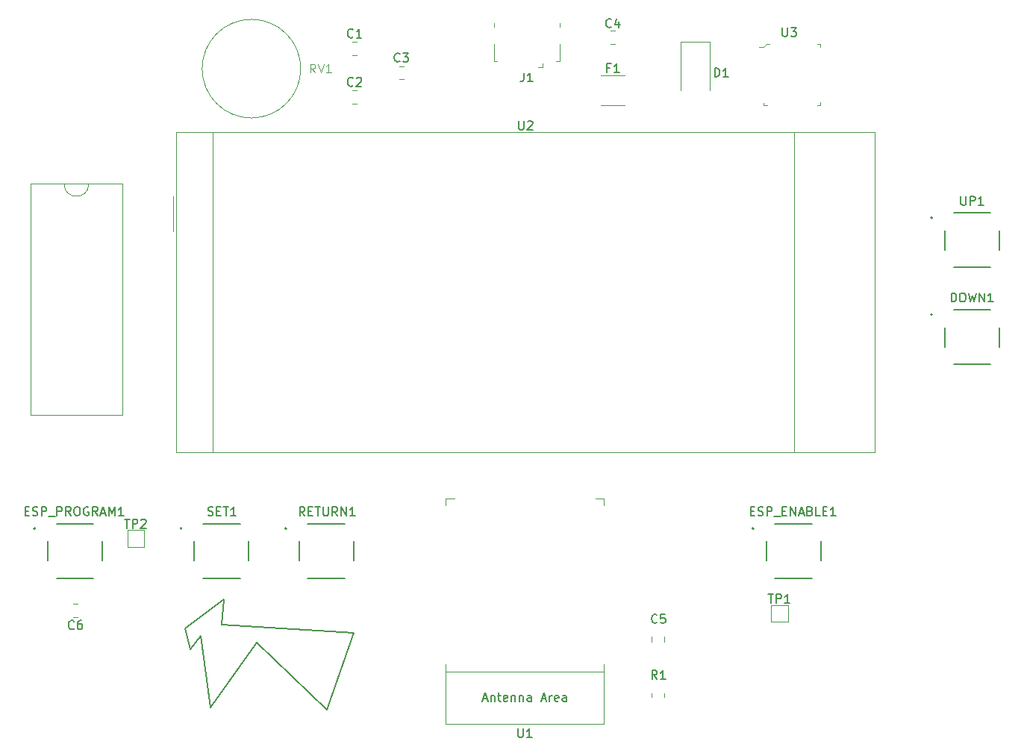
<source format=gbr>
%TF.GenerationSoftware,KiCad,Pcbnew,7.0.1-0*%
%TF.CreationDate,2023-04-17T19:08:21-07:00*%
%TF.ProjectId,msp-debugger,6d73702d-6465-4627-9567-6765722e6b69,rev?*%
%TF.SameCoordinates,Original*%
%TF.FileFunction,Legend,Top*%
%TF.FilePolarity,Positive*%
%FSLAX46Y46*%
G04 Gerber Fmt 4.6, Leading zero omitted, Abs format (unit mm)*
G04 Created by KiCad (PCBNEW 7.0.1-0) date 2023-04-17 19:08:21*
%MOMM*%
%LPD*%
G01*
G04 APERTURE LIST*
%ADD10C,0.150000*%
%ADD11C,0.100000*%
%ADD12C,0.120000*%
%ADD13C,0.127000*%
%ADD14C,0.200000*%
G04 APERTURE END LIST*
D10*
X109347000Y-128651000D02*
X117348000Y-136271000D01*
X102997000Y-127889000D02*
X104140000Y-136017000D01*
X120396000Y-127508000D02*
X105410000Y-126619000D01*
X109347000Y-128651000D02*
X117348000Y-136271000D01*
X105410000Y-126619000D02*
X105664000Y-123698000D01*
X104140000Y-136017000D02*
X109347000Y-128651000D01*
X105664000Y-123698000D02*
X101219000Y-127000000D01*
X101854000Y-129413000D02*
X102997000Y-127889000D01*
X117348000Y-136271000D02*
X120396000Y-127508000D01*
X101219000Y-127000000D02*
X101854000Y-129413000D01*
%TO.C,R1*%
X154773333Y-132796619D02*
X154440000Y-132320428D01*
X154201905Y-132796619D02*
X154201905Y-131796619D01*
X154201905Y-131796619D02*
X154582857Y-131796619D01*
X154582857Y-131796619D02*
X154678095Y-131844238D01*
X154678095Y-131844238D02*
X154725714Y-131891857D01*
X154725714Y-131891857D02*
X154773333Y-131987095D01*
X154773333Y-131987095D02*
X154773333Y-132129952D01*
X154773333Y-132129952D02*
X154725714Y-132225190D01*
X154725714Y-132225190D02*
X154678095Y-132272809D01*
X154678095Y-132272809D02*
X154582857Y-132320428D01*
X154582857Y-132320428D02*
X154201905Y-132320428D01*
X155725714Y-132796619D02*
X155154286Y-132796619D01*
X155440000Y-132796619D02*
X155440000Y-131796619D01*
X155440000Y-131796619D02*
X155344762Y-131939476D01*
X155344762Y-131939476D02*
X155249524Y-132034714D01*
X155249524Y-132034714D02*
X155154286Y-132082333D01*
%TO.C,UP1*%
X189238095Y-78017619D02*
X189238095Y-78827142D01*
X189238095Y-78827142D02*
X189285714Y-78922380D01*
X189285714Y-78922380D02*
X189333333Y-78970000D01*
X189333333Y-78970000D02*
X189428571Y-79017619D01*
X189428571Y-79017619D02*
X189619047Y-79017619D01*
X189619047Y-79017619D02*
X189714285Y-78970000D01*
X189714285Y-78970000D02*
X189761904Y-78922380D01*
X189761904Y-78922380D02*
X189809523Y-78827142D01*
X189809523Y-78827142D02*
X189809523Y-78017619D01*
X190285714Y-79017619D02*
X190285714Y-78017619D01*
X190285714Y-78017619D02*
X190666666Y-78017619D01*
X190666666Y-78017619D02*
X190761904Y-78065238D01*
X190761904Y-78065238D02*
X190809523Y-78112857D01*
X190809523Y-78112857D02*
X190857142Y-78208095D01*
X190857142Y-78208095D02*
X190857142Y-78350952D01*
X190857142Y-78350952D02*
X190809523Y-78446190D01*
X190809523Y-78446190D02*
X190761904Y-78493809D01*
X190761904Y-78493809D02*
X190666666Y-78541428D01*
X190666666Y-78541428D02*
X190285714Y-78541428D01*
X191809523Y-79017619D02*
X191238095Y-79017619D01*
X191523809Y-79017619D02*
X191523809Y-78017619D01*
X191523809Y-78017619D02*
X191428571Y-78160476D01*
X191428571Y-78160476D02*
X191333333Y-78255714D01*
X191333333Y-78255714D02*
X191238095Y-78303333D01*
%TO.C,TP1*%
X167394095Y-123163619D02*
X167965523Y-123163619D01*
X167679809Y-124163619D02*
X167679809Y-123163619D01*
X168298857Y-124163619D02*
X168298857Y-123163619D01*
X168298857Y-123163619D02*
X168679809Y-123163619D01*
X168679809Y-123163619D02*
X168775047Y-123211238D01*
X168775047Y-123211238D02*
X168822666Y-123258857D01*
X168822666Y-123258857D02*
X168870285Y-123354095D01*
X168870285Y-123354095D02*
X168870285Y-123496952D01*
X168870285Y-123496952D02*
X168822666Y-123592190D01*
X168822666Y-123592190D02*
X168775047Y-123639809D01*
X168775047Y-123639809D02*
X168679809Y-123687428D01*
X168679809Y-123687428D02*
X168298857Y-123687428D01*
X169822666Y-124163619D02*
X169251238Y-124163619D01*
X169536952Y-124163619D02*
X169536952Y-123163619D01*
X169536952Y-123163619D02*
X169441714Y-123306476D01*
X169441714Y-123306476D02*
X169346476Y-123401714D01*
X169346476Y-123401714D02*
X169251238Y-123449333D01*
%TO.C,RETURN1*%
X114800380Y-114267619D02*
X114467047Y-113791428D01*
X114228952Y-114267619D02*
X114228952Y-113267619D01*
X114228952Y-113267619D02*
X114609904Y-113267619D01*
X114609904Y-113267619D02*
X114705142Y-113315238D01*
X114705142Y-113315238D02*
X114752761Y-113362857D01*
X114752761Y-113362857D02*
X114800380Y-113458095D01*
X114800380Y-113458095D02*
X114800380Y-113600952D01*
X114800380Y-113600952D02*
X114752761Y-113696190D01*
X114752761Y-113696190D02*
X114705142Y-113743809D01*
X114705142Y-113743809D02*
X114609904Y-113791428D01*
X114609904Y-113791428D02*
X114228952Y-113791428D01*
X115228952Y-113743809D02*
X115562285Y-113743809D01*
X115705142Y-114267619D02*
X115228952Y-114267619D01*
X115228952Y-114267619D02*
X115228952Y-113267619D01*
X115228952Y-113267619D02*
X115705142Y-113267619D01*
X115990857Y-113267619D02*
X116562285Y-113267619D01*
X116276571Y-114267619D02*
X116276571Y-113267619D01*
X116895619Y-113267619D02*
X116895619Y-114077142D01*
X116895619Y-114077142D02*
X116943238Y-114172380D01*
X116943238Y-114172380D02*
X116990857Y-114220000D01*
X116990857Y-114220000D02*
X117086095Y-114267619D01*
X117086095Y-114267619D02*
X117276571Y-114267619D01*
X117276571Y-114267619D02*
X117371809Y-114220000D01*
X117371809Y-114220000D02*
X117419428Y-114172380D01*
X117419428Y-114172380D02*
X117467047Y-114077142D01*
X117467047Y-114077142D02*
X117467047Y-113267619D01*
X118514666Y-114267619D02*
X118181333Y-113791428D01*
X117943238Y-114267619D02*
X117943238Y-113267619D01*
X117943238Y-113267619D02*
X118324190Y-113267619D01*
X118324190Y-113267619D02*
X118419428Y-113315238D01*
X118419428Y-113315238D02*
X118467047Y-113362857D01*
X118467047Y-113362857D02*
X118514666Y-113458095D01*
X118514666Y-113458095D02*
X118514666Y-113600952D01*
X118514666Y-113600952D02*
X118467047Y-113696190D01*
X118467047Y-113696190D02*
X118419428Y-113743809D01*
X118419428Y-113743809D02*
X118324190Y-113791428D01*
X118324190Y-113791428D02*
X117943238Y-113791428D01*
X118943238Y-114267619D02*
X118943238Y-113267619D01*
X118943238Y-113267619D02*
X119514666Y-114267619D01*
X119514666Y-114267619D02*
X119514666Y-113267619D01*
X120514666Y-114267619D02*
X119943238Y-114267619D01*
X120228952Y-114267619D02*
X120228952Y-113267619D01*
X120228952Y-113267619D02*
X120133714Y-113410476D01*
X120133714Y-113410476D02*
X120038476Y-113505714D01*
X120038476Y-113505714D02*
X119943238Y-113553333D01*
%TO.C,SET1*%
X103814762Y-114207000D02*
X103957619Y-114254619D01*
X103957619Y-114254619D02*
X104195714Y-114254619D01*
X104195714Y-114254619D02*
X104290952Y-114207000D01*
X104290952Y-114207000D02*
X104338571Y-114159380D01*
X104338571Y-114159380D02*
X104386190Y-114064142D01*
X104386190Y-114064142D02*
X104386190Y-113968904D01*
X104386190Y-113968904D02*
X104338571Y-113873666D01*
X104338571Y-113873666D02*
X104290952Y-113826047D01*
X104290952Y-113826047D02*
X104195714Y-113778428D01*
X104195714Y-113778428D02*
X104005238Y-113730809D01*
X104005238Y-113730809D02*
X103910000Y-113683190D01*
X103910000Y-113683190D02*
X103862381Y-113635571D01*
X103862381Y-113635571D02*
X103814762Y-113540333D01*
X103814762Y-113540333D02*
X103814762Y-113445095D01*
X103814762Y-113445095D02*
X103862381Y-113349857D01*
X103862381Y-113349857D02*
X103910000Y-113302238D01*
X103910000Y-113302238D02*
X104005238Y-113254619D01*
X104005238Y-113254619D02*
X104243333Y-113254619D01*
X104243333Y-113254619D02*
X104386190Y-113302238D01*
X104814762Y-113730809D02*
X105148095Y-113730809D01*
X105290952Y-114254619D02*
X104814762Y-114254619D01*
X104814762Y-114254619D02*
X104814762Y-113254619D01*
X104814762Y-113254619D02*
X105290952Y-113254619D01*
X105576667Y-113254619D02*
X106148095Y-113254619D01*
X105862381Y-114254619D02*
X105862381Y-113254619D01*
X107005238Y-114254619D02*
X106433810Y-114254619D01*
X106719524Y-114254619D02*
X106719524Y-113254619D01*
X106719524Y-113254619D02*
X106624286Y-113397476D01*
X106624286Y-113397476D02*
X106529048Y-113492714D01*
X106529048Y-113492714D02*
X106433810Y-113540333D01*
%TO.C,J1*%
X139666666Y-64012619D02*
X139666666Y-64726904D01*
X139666666Y-64726904D02*
X139619047Y-64869761D01*
X139619047Y-64869761D02*
X139523809Y-64965000D01*
X139523809Y-64965000D02*
X139380952Y-65012619D01*
X139380952Y-65012619D02*
X139285714Y-65012619D01*
X140666666Y-65012619D02*
X140095238Y-65012619D01*
X140380952Y-65012619D02*
X140380952Y-64012619D01*
X140380952Y-64012619D02*
X140285714Y-64155476D01*
X140285714Y-64155476D02*
X140190476Y-64250714D01*
X140190476Y-64250714D02*
X140095238Y-64298333D01*
%TO.C,C4*%
X149583333Y-58787380D02*
X149535714Y-58835000D01*
X149535714Y-58835000D02*
X149392857Y-58882619D01*
X149392857Y-58882619D02*
X149297619Y-58882619D01*
X149297619Y-58882619D02*
X149154762Y-58835000D01*
X149154762Y-58835000D02*
X149059524Y-58739761D01*
X149059524Y-58739761D02*
X149011905Y-58644523D01*
X149011905Y-58644523D02*
X148964286Y-58454047D01*
X148964286Y-58454047D02*
X148964286Y-58311190D01*
X148964286Y-58311190D02*
X149011905Y-58120714D01*
X149011905Y-58120714D02*
X149059524Y-58025476D01*
X149059524Y-58025476D02*
X149154762Y-57930238D01*
X149154762Y-57930238D02*
X149297619Y-57882619D01*
X149297619Y-57882619D02*
X149392857Y-57882619D01*
X149392857Y-57882619D02*
X149535714Y-57930238D01*
X149535714Y-57930238D02*
X149583333Y-57977857D01*
X150440476Y-58215952D02*
X150440476Y-58882619D01*
X150202381Y-57835000D02*
X149964286Y-58549285D01*
X149964286Y-58549285D02*
X150583333Y-58549285D01*
%TO.C,U1*%
X139008095Y-138400619D02*
X139008095Y-139210142D01*
X139008095Y-139210142D02*
X139055714Y-139305380D01*
X139055714Y-139305380D02*
X139103333Y-139353000D01*
X139103333Y-139353000D02*
X139198571Y-139400619D01*
X139198571Y-139400619D02*
X139389047Y-139400619D01*
X139389047Y-139400619D02*
X139484285Y-139353000D01*
X139484285Y-139353000D02*
X139531904Y-139305380D01*
X139531904Y-139305380D02*
X139579523Y-139210142D01*
X139579523Y-139210142D02*
X139579523Y-138400619D01*
X140579523Y-139400619D02*
X140008095Y-139400619D01*
X140293809Y-139400619D02*
X140293809Y-138400619D01*
X140293809Y-138400619D02*
X140198571Y-138543476D01*
X140198571Y-138543476D02*
X140103333Y-138638714D01*
X140103333Y-138638714D02*
X140008095Y-138686333D01*
X135008094Y-135026904D02*
X135484284Y-135026904D01*
X134912856Y-135312619D02*
X135246189Y-134312619D01*
X135246189Y-134312619D02*
X135579522Y-135312619D01*
X135912856Y-134645952D02*
X135912856Y-135312619D01*
X135912856Y-134741190D02*
X135960475Y-134693571D01*
X135960475Y-134693571D02*
X136055713Y-134645952D01*
X136055713Y-134645952D02*
X136198570Y-134645952D01*
X136198570Y-134645952D02*
X136293808Y-134693571D01*
X136293808Y-134693571D02*
X136341427Y-134788809D01*
X136341427Y-134788809D02*
X136341427Y-135312619D01*
X136674761Y-134645952D02*
X137055713Y-134645952D01*
X136817618Y-134312619D02*
X136817618Y-135169761D01*
X136817618Y-135169761D02*
X136865237Y-135265000D01*
X136865237Y-135265000D02*
X136960475Y-135312619D01*
X136960475Y-135312619D02*
X137055713Y-135312619D01*
X137769999Y-135265000D02*
X137674761Y-135312619D01*
X137674761Y-135312619D02*
X137484285Y-135312619D01*
X137484285Y-135312619D02*
X137389047Y-135265000D01*
X137389047Y-135265000D02*
X137341428Y-135169761D01*
X137341428Y-135169761D02*
X137341428Y-134788809D01*
X137341428Y-134788809D02*
X137389047Y-134693571D01*
X137389047Y-134693571D02*
X137484285Y-134645952D01*
X137484285Y-134645952D02*
X137674761Y-134645952D01*
X137674761Y-134645952D02*
X137769999Y-134693571D01*
X137769999Y-134693571D02*
X137817618Y-134788809D01*
X137817618Y-134788809D02*
X137817618Y-134884047D01*
X137817618Y-134884047D02*
X137341428Y-134979285D01*
X138246190Y-134645952D02*
X138246190Y-135312619D01*
X138246190Y-134741190D02*
X138293809Y-134693571D01*
X138293809Y-134693571D02*
X138389047Y-134645952D01*
X138389047Y-134645952D02*
X138531904Y-134645952D01*
X138531904Y-134645952D02*
X138627142Y-134693571D01*
X138627142Y-134693571D02*
X138674761Y-134788809D01*
X138674761Y-134788809D02*
X138674761Y-135312619D01*
X139150952Y-134645952D02*
X139150952Y-135312619D01*
X139150952Y-134741190D02*
X139198571Y-134693571D01*
X139198571Y-134693571D02*
X139293809Y-134645952D01*
X139293809Y-134645952D02*
X139436666Y-134645952D01*
X139436666Y-134645952D02*
X139531904Y-134693571D01*
X139531904Y-134693571D02*
X139579523Y-134788809D01*
X139579523Y-134788809D02*
X139579523Y-135312619D01*
X140484285Y-135312619D02*
X140484285Y-134788809D01*
X140484285Y-134788809D02*
X140436666Y-134693571D01*
X140436666Y-134693571D02*
X140341428Y-134645952D01*
X140341428Y-134645952D02*
X140150952Y-134645952D01*
X140150952Y-134645952D02*
X140055714Y-134693571D01*
X140484285Y-135265000D02*
X140389047Y-135312619D01*
X140389047Y-135312619D02*
X140150952Y-135312619D01*
X140150952Y-135312619D02*
X140055714Y-135265000D01*
X140055714Y-135265000D02*
X140008095Y-135169761D01*
X140008095Y-135169761D02*
X140008095Y-135074523D01*
X140008095Y-135074523D02*
X140055714Y-134979285D01*
X140055714Y-134979285D02*
X140150952Y-134931666D01*
X140150952Y-134931666D02*
X140389047Y-134931666D01*
X140389047Y-134931666D02*
X140484285Y-134884047D01*
X141674762Y-135026904D02*
X142150952Y-135026904D01*
X141579524Y-135312619D02*
X141912857Y-134312619D01*
X141912857Y-134312619D02*
X142246190Y-135312619D01*
X142579524Y-135312619D02*
X142579524Y-134645952D01*
X142579524Y-134836428D02*
X142627143Y-134741190D01*
X142627143Y-134741190D02*
X142674762Y-134693571D01*
X142674762Y-134693571D02*
X142770000Y-134645952D01*
X142770000Y-134645952D02*
X142865238Y-134645952D01*
X143579524Y-135265000D02*
X143484286Y-135312619D01*
X143484286Y-135312619D02*
X143293810Y-135312619D01*
X143293810Y-135312619D02*
X143198572Y-135265000D01*
X143198572Y-135265000D02*
X143150953Y-135169761D01*
X143150953Y-135169761D02*
X143150953Y-134788809D01*
X143150953Y-134788809D02*
X143198572Y-134693571D01*
X143198572Y-134693571D02*
X143293810Y-134645952D01*
X143293810Y-134645952D02*
X143484286Y-134645952D01*
X143484286Y-134645952D02*
X143579524Y-134693571D01*
X143579524Y-134693571D02*
X143627143Y-134788809D01*
X143627143Y-134788809D02*
X143627143Y-134884047D01*
X143627143Y-134884047D02*
X143150953Y-134979285D01*
X144484286Y-135312619D02*
X144484286Y-134788809D01*
X144484286Y-134788809D02*
X144436667Y-134693571D01*
X144436667Y-134693571D02*
X144341429Y-134645952D01*
X144341429Y-134645952D02*
X144150953Y-134645952D01*
X144150953Y-134645952D02*
X144055715Y-134693571D01*
X144484286Y-135265000D02*
X144389048Y-135312619D01*
X144389048Y-135312619D02*
X144150953Y-135312619D01*
X144150953Y-135312619D02*
X144055715Y-135265000D01*
X144055715Y-135265000D02*
X144008096Y-135169761D01*
X144008096Y-135169761D02*
X144008096Y-135074523D01*
X144008096Y-135074523D02*
X144055715Y-134979285D01*
X144055715Y-134979285D02*
X144150953Y-134931666D01*
X144150953Y-134931666D02*
X144389048Y-134931666D01*
X144389048Y-134931666D02*
X144484286Y-134884047D01*
%TO.C,C5*%
X154773333Y-126351380D02*
X154725714Y-126399000D01*
X154725714Y-126399000D02*
X154582857Y-126446619D01*
X154582857Y-126446619D02*
X154487619Y-126446619D01*
X154487619Y-126446619D02*
X154344762Y-126399000D01*
X154344762Y-126399000D02*
X154249524Y-126303761D01*
X154249524Y-126303761D02*
X154201905Y-126208523D01*
X154201905Y-126208523D02*
X154154286Y-126018047D01*
X154154286Y-126018047D02*
X154154286Y-125875190D01*
X154154286Y-125875190D02*
X154201905Y-125684714D01*
X154201905Y-125684714D02*
X154249524Y-125589476D01*
X154249524Y-125589476D02*
X154344762Y-125494238D01*
X154344762Y-125494238D02*
X154487619Y-125446619D01*
X154487619Y-125446619D02*
X154582857Y-125446619D01*
X154582857Y-125446619D02*
X154725714Y-125494238D01*
X154725714Y-125494238D02*
X154773333Y-125541857D01*
X155678095Y-125446619D02*
X155201905Y-125446619D01*
X155201905Y-125446619D02*
X155154286Y-125922809D01*
X155154286Y-125922809D02*
X155201905Y-125875190D01*
X155201905Y-125875190D02*
X155297143Y-125827571D01*
X155297143Y-125827571D02*
X155535238Y-125827571D01*
X155535238Y-125827571D02*
X155630476Y-125875190D01*
X155630476Y-125875190D02*
X155678095Y-125922809D01*
X155678095Y-125922809D02*
X155725714Y-126018047D01*
X155725714Y-126018047D02*
X155725714Y-126256142D01*
X155725714Y-126256142D02*
X155678095Y-126351380D01*
X155678095Y-126351380D02*
X155630476Y-126399000D01*
X155630476Y-126399000D02*
X155535238Y-126446619D01*
X155535238Y-126446619D02*
X155297143Y-126446619D01*
X155297143Y-126446619D02*
X155201905Y-126399000D01*
X155201905Y-126399000D02*
X155154286Y-126351380D01*
%TO.C,C2*%
X120283333Y-65437380D02*
X120235714Y-65485000D01*
X120235714Y-65485000D02*
X120092857Y-65532619D01*
X120092857Y-65532619D02*
X119997619Y-65532619D01*
X119997619Y-65532619D02*
X119854762Y-65485000D01*
X119854762Y-65485000D02*
X119759524Y-65389761D01*
X119759524Y-65389761D02*
X119711905Y-65294523D01*
X119711905Y-65294523D02*
X119664286Y-65104047D01*
X119664286Y-65104047D02*
X119664286Y-64961190D01*
X119664286Y-64961190D02*
X119711905Y-64770714D01*
X119711905Y-64770714D02*
X119759524Y-64675476D01*
X119759524Y-64675476D02*
X119854762Y-64580238D01*
X119854762Y-64580238D02*
X119997619Y-64532619D01*
X119997619Y-64532619D02*
X120092857Y-64532619D01*
X120092857Y-64532619D02*
X120235714Y-64580238D01*
X120235714Y-64580238D02*
X120283333Y-64627857D01*
X120664286Y-64627857D02*
X120711905Y-64580238D01*
X120711905Y-64580238D02*
X120807143Y-64532619D01*
X120807143Y-64532619D02*
X121045238Y-64532619D01*
X121045238Y-64532619D02*
X121140476Y-64580238D01*
X121140476Y-64580238D02*
X121188095Y-64627857D01*
X121188095Y-64627857D02*
X121235714Y-64723095D01*
X121235714Y-64723095D02*
X121235714Y-64818333D01*
X121235714Y-64818333D02*
X121188095Y-64961190D01*
X121188095Y-64961190D02*
X120616667Y-65532619D01*
X120616667Y-65532619D02*
X121235714Y-65532619D01*
%TO.C,TP2*%
X94369095Y-114654619D02*
X94940523Y-114654619D01*
X94654809Y-115654619D02*
X94654809Y-114654619D01*
X95273857Y-115654619D02*
X95273857Y-114654619D01*
X95273857Y-114654619D02*
X95654809Y-114654619D01*
X95654809Y-114654619D02*
X95750047Y-114702238D01*
X95750047Y-114702238D02*
X95797666Y-114749857D01*
X95797666Y-114749857D02*
X95845285Y-114845095D01*
X95845285Y-114845095D02*
X95845285Y-114987952D01*
X95845285Y-114987952D02*
X95797666Y-115083190D01*
X95797666Y-115083190D02*
X95750047Y-115130809D01*
X95750047Y-115130809D02*
X95654809Y-115178428D01*
X95654809Y-115178428D02*
X95273857Y-115178428D01*
X96226238Y-114749857D02*
X96273857Y-114702238D01*
X96273857Y-114702238D02*
X96369095Y-114654619D01*
X96369095Y-114654619D02*
X96607190Y-114654619D01*
X96607190Y-114654619D02*
X96702428Y-114702238D01*
X96702428Y-114702238D02*
X96750047Y-114749857D01*
X96750047Y-114749857D02*
X96797666Y-114845095D01*
X96797666Y-114845095D02*
X96797666Y-114940333D01*
X96797666Y-114940333D02*
X96750047Y-115083190D01*
X96750047Y-115083190D02*
X96178619Y-115654619D01*
X96178619Y-115654619D02*
X96797666Y-115654619D01*
%TO.C,ESP_PROGRAM1*%
X83074571Y-113730809D02*
X83407904Y-113730809D01*
X83550761Y-114254619D02*
X83074571Y-114254619D01*
X83074571Y-114254619D02*
X83074571Y-113254619D01*
X83074571Y-113254619D02*
X83550761Y-113254619D01*
X83931714Y-114207000D02*
X84074571Y-114254619D01*
X84074571Y-114254619D02*
X84312666Y-114254619D01*
X84312666Y-114254619D02*
X84407904Y-114207000D01*
X84407904Y-114207000D02*
X84455523Y-114159380D01*
X84455523Y-114159380D02*
X84503142Y-114064142D01*
X84503142Y-114064142D02*
X84503142Y-113968904D01*
X84503142Y-113968904D02*
X84455523Y-113873666D01*
X84455523Y-113873666D02*
X84407904Y-113826047D01*
X84407904Y-113826047D02*
X84312666Y-113778428D01*
X84312666Y-113778428D02*
X84122190Y-113730809D01*
X84122190Y-113730809D02*
X84026952Y-113683190D01*
X84026952Y-113683190D02*
X83979333Y-113635571D01*
X83979333Y-113635571D02*
X83931714Y-113540333D01*
X83931714Y-113540333D02*
X83931714Y-113445095D01*
X83931714Y-113445095D02*
X83979333Y-113349857D01*
X83979333Y-113349857D02*
X84026952Y-113302238D01*
X84026952Y-113302238D02*
X84122190Y-113254619D01*
X84122190Y-113254619D02*
X84360285Y-113254619D01*
X84360285Y-113254619D02*
X84503142Y-113302238D01*
X84931714Y-114254619D02*
X84931714Y-113254619D01*
X84931714Y-113254619D02*
X85312666Y-113254619D01*
X85312666Y-113254619D02*
X85407904Y-113302238D01*
X85407904Y-113302238D02*
X85455523Y-113349857D01*
X85455523Y-113349857D02*
X85503142Y-113445095D01*
X85503142Y-113445095D02*
X85503142Y-113587952D01*
X85503142Y-113587952D02*
X85455523Y-113683190D01*
X85455523Y-113683190D02*
X85407904Y-113730809D01*
X85407904Y-113730809D02*
X85312666Y-113778428D01*
X85312666Y-113778428D02*
X84931714Y-113778428D01*
X85693619Y-114349857D02*
X86455523Y-114349857D01*
X86693619Y-114254619D02*
X86693619Y-113254619D01*
X86693619Y-113254619D02*
X87074571Y-113254619D01*
X87074571Y-113254619D02*
X87169809Y-113302238D01*
X87169809Y-113302238D02*
X87217428Y-113349857D01*
X87217428Y-113349857D02*
X87265047Y-113445095D01*
X87265047Y-113445095D02*
X87265047Y-113587952D01*
X87265047Y-113587952D02*
X87217428Y-113683190D01*
X87217428Y-113683190D02*
X87169809Y-113730809D01*
X87169809Y-113730809D02*
X87074571Y-113778428D01*
X87074571Y-113778428D02*
X86693619Y-113778428D01*
X88265047Y-114254619D02*
X87931714Y-113778428D01*
X87693619Y-114254619D02*
X87693619Y-113254619D01*
X87693619Y-113254619D02*
X88074571Y-113254619D01*
X88074571Y-113254619D02*
X88169809Y-113302238D01*
X88169809Y-113302238D02*
X88217428Y-113349857D01*
X88217428Y-113349857D02*
X88265047Y-113445095D01*
X88265047Y-113445095D02*
X88265047Y-113587952D01*
X88265047Y-113587952D02*
X88217428Y-113683190D01*
X88217428Y-113683190D02*
X88169809Y-113730809D01*
X88169809Y-113730809D02*
X88074571Y-113778428D01*
X88074571Y-113778428D02*
X87693619Y-113778428D01*
X88884095Y-113254619D02*
X89074571Y-113254619D01*
X89074571Y-113254619D02*
X89169809Y-113302238D01*
X89169809Y-113302238D02*
X89265047Y-113397476D01*
X89265047Y-113397476D02*
X89312666Y-113587952D01*
X89312666Y-113587952D02*
X89312666Y-113921285D01*
X89312666Y-113921285D02*
X89265047Y-114111761D01*
X89265047Y-114111761D02*
X89169809Y-114207000D01*
X89169809Y-114207000D02*
X89074571Y-114254619D01*
X89074571Y-114254619D02*
X88884095Y-114254619D01*
X88884095Y-114254619D02*
X88788857Y-114207000D01*
X88788857Y-114207000D02*
X88693619Y-114111761D01*
X88693619Y-114111761D02*
X88646000Y-113921285D01*
X88646000Y-113921285D02*
X88646000Y-113587952D01*
X88646000Y-113587952D02*
X88693619Y-113397476D01*
X88693619Y-113397476D02*
X88788857Y-113302238D01*
X88788857Y-113302238D02*
X88884095Y-113254619D01*
X90265047Y-113302238D02*
X90169809Y-113254619D01*
X90169809Y-113254619D02*
X90026952Y-113254619D01*
X90026952Y-113254619D02*
X89884095Y-113302238D01*
X89884095Y-113302238D02*
X89788857Y-113397476D01*
X89788857Y-113397476D02*
X89741238Y-113492714D01*
X89741238Y-113492714D02*
X89693619Y-113683190D01*
X89693619Y-113683190D02*
X89693619Y-113826047D01*
X89693619Y-113826047D02*
X89741238Y-114016523D01*
X89741238Y-114016523D02*
X89788857Y-114111761D01*
X89788857Y-114111761D02*
X89884095Y-114207000D01*
X89884095Y-114207000D02*
X90026952Y-114254619D01*
X90026952Y-114254619D02*
X90122190Y-114254619D01*
X90122190Y-114254619D02*
X90265047Y-114207000D01*
X90265047Y-114207000D02*
X90312666Y-114159380D01*
X90312666Y-114159380D02*
X90312666Y-113826047D01*
X90312666Y-113826047D02*
X90122190Y-113826047D01*
X91312666Y-114254619D02*
X90979333Y-113778428D01*
X90741238Y-114254619D02*
X90741238Y-113254619D01*
X90741238Y-113254619D02*
X91122190Y-113254619D01*
X91122190Y-113254619D02*
X91217428Y-113302238D01*
X91217428Y-113302238D02*
X91265047Y-113349857D01*
X91265047Y-113349857D02*
X91312666Y-113445095D01*
X91312666Y-113445095D02*
X91312666Y-113587952D01*
X91312666Y-113587952D02*
X91265047Y-113683190D01*
X91265047Y-113683190D02*
X91217428Y-113730809D01*
X91217428Y-113730809D02*
X91122190Y-113778428D01*
X91122190Y-113778428D02*
X90741238Y-113778428D01*
X91693619Y-113968904D02*
X92169809Y-113968904D01*
X91598381Y-114254619D02*
X91931714Y-113254619D01*
X91931714Y-113254619D02*
X92265047Y-114254619D01*
X92598381Y-114254619D02*
X92598381Y-113254619D01*
X92598381Y-113254619D02*
X92931714Y-113968904D01*
X92931714Y-113968904D02*
X93265047Y-113254619D01*
X93265047Y-113254619D02*
X93265047Y-114254619D01*
X94265047Y-114254619D02*
X93693619Y-114254619D01*
X93979333Y-114254619D02*
X93979333Y-113254619D01*
X93979333Y-113254619D02*
X93884095Y-113397476D01*
X93884095Y-113397476D02*
X93788857Y-113492714D01*
X93788857Y-113492714D02*
X93693619Y-113540333D01*
D11*
%TO.C,RV1*%
X115990761Y-64002619D02*
X115657428Y-63526428D01*
X115419333Y-64002619D02*
X115419333Y-63002619D01*
X115419333Y-63002619D02*
X115800285Y-63002619D01*
X115800285Y-63002619D02*
X115895523Y-63050238D01*
X115895523Y-63050238D02*
X115943142Y-63097857D01*
X115943142Y-63097857D02*
X115990761Y-63193095D01*
X115990761Y-63193095D02*
X115990761Y-63335952D01*
X115990761Y-63335952D02*
X115943142Y-63431190D01*
X115943142Y-63431190D02*
X115895523Y-63478809D01*
X115895523Y-63478809D02*
X115800285Y-63526428D01*
X115800285Y-63526428D02*
X115419333Y-63526428D01*
X116276476Y-63002619D02*
X116609809Y-64002619D01*
X116609809Y-64002619D02*
X116943142Y-63002619D01*
X117800285Y-64002619D02*
X117228857Y-64002619D01*
X117514571Y-64002619D02*
X117514571Y-63002619D01*
X117514571Y-63002619D02*
X117419333Y-63145476D01*
X117419333Y-63145476D02*
X117324095Y-63240714D01*
X117324095Y-63240714D02*
X117228857Y-63288333D01*
D10*
%TO.C,C1*%
X120283333Y-59937380D02*
X120235714Y-59985000D01*
X120235714Y-59985000D02*
X120092857Y-60032619D01*
X120092857Y-60032619D02*
X119997619Y-60032619D01*
X119997619Y-60032619D02*
X119854762Y-59985000D01*
X119854762Y-59985000D02*
X119759524Y-59889761D01*
X119759524Y-59889761D02*
X119711905Y-59794523D01*
X119711905Y-59794523D02*
X119664286Y-59604047D01*
X119664286Y-59604047D02*
X119664286Y-59461190D01*
X119664286Y-59461190D02*
X119711905Y-59270714D01*
X119711905Y-59270714D02*
X119759524Y-59175476D01*
X119759524Y-59175476D02*
X119854762Y-59080238D01*
X119854762Y-59080238D02*
X119997619Y-59032619D01*
X119997619Y-59032619D02*
X120092857Y-59032619D01*
X120092857Y-59032619D02*
X120235714Y-59080238D01*
X120235714Y-59080238D02*
X120283333Y-59127857D01*
X121235714Y-60032619D02*
X120664286Y-60032619D01*
X120950000Y-60032619D02*
X120950000Y-59032619D01*
X120950000Y-59032619D02*
X120854762Y-59175476D01*
X120854762Y-59175476D02*
X120759524Y-59270714D01*
X120759524Y-59270714D02*
X120664286Y-59318333D01*
%TO.C,C3*%
X125583333Y-62687380D02*
X125535714Y-62735000D01*
X125535714Y-62735000D02*
X125392857Y-62782619D01*
X125392857Y-62782619D02*
X125297619Y-62782619D01*
X125297619Y-62782619D02*
X125154762Y-62735000D01*
X125154762Y-62735000D02*
X125059524Y-62639761D01*
X125059524Y-62639761D02*
X125011905Y-62544523D01*
X125011905Y-62544523D02*
X124964286Y-62354047D01*
X124964286Y-62354047D02*
X124964286Y-62211190D01*
X124964286Y-62211190D02*
X125011905Y-62020714D01*
X125011905Y-62020714D02*
X125059524Y-61925476D01*
X125059524Y-61925476D02*
X125154762Y-61830238D01*
X125154762Y-61830238D02*
X125297619Y-61782619D01*
X125297619Y-61782619D02*
X125392857Y-61782619D01*
X125392857Y-61782619D02*
X125535714Y-61830238D01*
X125535714Y-61830238D02*
X125583333Y-61877857D01*
X125916667Y-61782619D02*
X126535714Y-61782619D01*
X126535714Y-61782619D02*
X126202381Y-62163571D01*
X126202381Y-62163571D02*
X126345238Y-62163571D01*
X126345238Y-62163571D02*
X126440476Y-62211190D01*
X126440476Y-62211190D02*
X126488095Y-62258809D01*
X126488095Y-62258809D02*
X126535714Y-62354047D01*
X126535714Y-62354047D02*
X126535714Y-62592142D01*
X126535714Y-62592142D02*
X126488095Y-62687380D01*
X126488095Y-62687380D02*
X126440476Y-62735000D01*
X126440476Y-62735000D02*
X126345238Y-62782619D01*
X126345238Y-62782619D02*
X126059524Y-62782619D01*
X126059524Y-62782619D02*
X125964286Y-62735000D01*
X125964286Y-62735000D02*
X125916667Y-62687380D01*
%TO.C,D1*%
X161313905Y-64470619D02*
X161313905Y-63470619D01*
X161313905Y-63470619D02*
X161552000Y-63470619D01*
X161552000Y-63470619D02*
X161694857Y-63518238D01*
X161694857Y-63518238D02*
X161790095Y-63613476D01*
X161790095Y-63613476D02*
X161837714Y-63708714D01*
X161837714Y-63708714D02*
X161885333Y-63899190D01*
X161885333Y-63899190D02*
X161885333Y-64042047D01*
X161885333Y-64042047D02*
X161837714Y-64232523D01*
X161837714Y-64232523D02*
X161790095Y-64327761D01*
X161790095Y-64327761D02*
X161694857Y-64423000D01*
X161694857Y-64423000D02*
X161552000Y-64470619D01*
X161552000Y-64470619D02*
X161313905Y-64470619D01*
X162837714Y-64470619D02*
X162266286Y-64470619D01*
X162552000Y-64470619D02*
X162552000Y-63470619D01*
X162552000Y-63470619D02*
X162456762Y-63613476D01*
X162456762Y-63613476D02*
X162361524Y-63708714D01*
X162361524Y-63708714D02*
X162266286Y-63756333D01*
%TO.C,U3*%
X168988095Y-58898619D02*
X168988095Y-59708142D01*
X168988095Y-59708142D02*
X169035714Y-59803380D01*
X169035714Y-59803380D02*
X169083333Y-59851000D01*
X169083333Y-59851000D02*
X169178571Y-59898619D01*
X169178571Y-59898619D02*
X169369047Y-59898619D01*
X169369047Y-59898619D02*
X169464285Y-59851000D01*
X169464285Y-59851000D02*
X169511904Y-59803380D01*
X169511904Y-59803380D02*
X169559523Y-59708142D01*
X169559523Y-59708142D02*
X169559523Y-58898619D01*
X169940476Y-58898619D02*
X170559523Y-58898619D01*
X170559523Y-58898619D02*
X170226190Y-59279571D01*
X170226190Y-59279571D02*
X170369047Y-59279571D01*
X170369047Y-59279571D02*
X170464285Y-59327190D01*
X170464285Y-59327190D02*
X170511904Y-59374809D01*
X170511904Y-59374809D02*
X170559523Y-59470047D01*
X170559523Y-59470047D02*
X170559523Y-59708142D01*
X170559523Y-59708142D02*
X170511904Y-59803380D01*
X170511904Y-59803380D02*
X170464285Y-59851000D01*
X170464285Y-59851000D02*
X170369047Y-59898619D01*
X170369047Y-59898619D02*
X170083333Y-59898619D01*
X170083333Y-59898619D02*
X169988095Y-59851000D01*
X169988095Y-59851000D02*
X169940476Y-59803380D01*
%TO.C,U2*%
X139080595Y-69472619D02*
X139080595Y-70282142D01*
X139080595Y-70282142D02*
X139128214Y-70377380D01*
X139128214Y-70377380D02*
X139175833Y-70425000D01*
X139175833Y-70425000D02*
X139271071Y-70472619D01*
X139271071Y-70472619D02*
X139461547Y-70472619D01*
X139461547Y-70472619D02*
X139556785Y-70425000D01*
X139556785Y-70425000D02*
X139604404Y-70377380D01*
X139604404Y-70377380D02*
X139652023Y-70282142D01*
X139652023Y-70282142D02*
X139652023Y-69472619D01*
X140080595Y-69567857D02*
X140128214Y-69520238D01*
X140128214Y-69520238D02*
X140223452Y-69472619D01*
X140223452Y-69472619D02*
X140461547Y-69472619D01*
X140461547Y-69472619D02*
X140556785Y-69520238D01*
X140556785Y-69520238D02*
X140604404Y-69567857D01*
X140604404Y-69567857D02*
X140652023Y-69663095D01*
X140652023Y-69663095D02*
X140652023Y-69758333D01*
X140652023Y-69758333D02*
X140604404Y-69901190D01*
X140604404Y-69901190D02*
X140032976Y-70472619D01*
X140032976Y-70472619D02*
X140652023Y-70472619D01*
%TO.C,C6*%
X88633333Y-127047380D02*
X88585714Y-127095000D01*
X88585714Y-127095000D02*
X88442857Y-127142619D01*
X88442857Y-127142619D02*
X88347619Y-127142619D01*
X88347619Y-127142619D02*
X88204762Y-127095000D01*
X88204762Y-127095000D02*
X88109524Y-126999761D01*
X88109524Y-126999761D02*
X88061905Y-126904523D01*
X88061905Y-126904523D02*
X88014286Y-126714047D01*
X88014286Y-126714047D02*
X88014286Y-126571190D01*
X88014286Y-126571190D02*
X88061905Y-126380714D01*
X88061905Y-126380714D02*
X88109524Y-126285476D01*
X88109524Y-126285476D02*
X88204762Y-126190238D01*
X88204762Y-126190238D02*
X88347619Y-126142619D01*
X88347619Y-126142619D02*
X88442857Y-126142619D01*
X88442857Y-126142619D02*
X88585714Y-126190238D01*
X88585714Y-126190238D02*
X88633333Y-126237857D01*
X89490476Y-126142619D02*
X89300000Y-126142619D01*
X89300000Y-126142619D02*
X89204762Y-126190238D01*
X89204762Y-126190238D02*
X89157143Y-126237857D01*
X89157143Y-126237857D02*
X89061905Y-126380714D01*
X89061905Y-126380714D02*
X89014286Y-126571190D01*
X89014286Y-126571190D02*
X89014286Y-126952142D01*
X89014286Y-126952142D02*
X89061905Y-127047380D01*
X89061905Y-127047380D02*
X89109524Y-127095000D01*
X89109524Y-127095000D02*
X89204762Y-127142619D01*
X89204762Y-127142619D02*
X89395238Y-127142619D01*
X89395238Y-127142619D02*
X89490476Y-127095000D01*
X89490476Y-127095000D02*
X89538095Y-127047380D01*
X89538095Y-127047380D02*
X89585714Y-126952142D01*
X89585714Y-126952142D02*
X89585714Y-126714047D01*
X89585714Y-126714047D02*
X89538095Y-126618809D01*
X89538095Y-126618809D02*
X89490476Y-126571190D01*
X89490476Y-126571190D02*
X89395238Y-126523571D01*
X89395238Y-126523571D02*
X89204762Y-126523571D01*
X89204762Y-126523571D02*
X89109524Y-126571190D01*
X89109524Y-126571190D02*
X89061905Y-126618809D01*
X89061905Y-126618809D02*
X89014286Y-126714047D01*
%TO.C,ESP_ENABLE1*%
X165370476Y-113730809D02*
X165703809Y-113730809D01*
X165846666Y-114254619D02*
X165370476Y-114254619D01*
X165370476Y-114254619D02*
X165370476Y-113254619D01*
X165370476Y-113254619D02*
X165846666Y-113254619D01*
X166227619Y-114207000D02*
X166370476Y-114254619D01*
X166370476Y-114254619D02*
X166608571Y-114254619D01*
X166608571Y-114254619D02*
X166703809Y-114207000D01*
X166703809Y-114207000D02*
X166751428Y-114159380D01*
X166751428Y-114159380D02*
X166799047Y-114064142D01*
X166799047Y-114064142D02*
X166799047Y-113968904D01*
X166799047Y-113968904D02*
X166751428Y-113873666D01*
X166751428Y-113873666D02*
X166703809Y-113826047D01*
X166703809Y-113826047D02*
X166608571Y-113778428D01*
X166608571Y-113778428D02*
X166418095Y-113730809D01*
X166418095Y-113730809D02*
X166322857Y-113683190D01*
X166322857Y-113683190D02*
X166275238Y-113635571D01*
X166275238Y-113635571D02*
X166227619Y-113540333D01*
X166227619Y-113540333D02*
X166227619Y-113445095D01*
X166227619Y-113445095D02*
X166275238Y-113349857D01*
X166275238Y-113349857D02*
X166322857Y-113302238D01*
X166322857Y-113302238D02*
X166418095Y-113254619D01*
X166418095Y-113254619D02*
X166656190Y-113254619D01*
X166656190Y-113254619D02*
X166799047Y-113302238D01*
X167227619Y-114254619D02*
X167227619Y-113254619D01*
X167227619Y-113254619D02*
X167608571Y-113254619D01*
X167608571Y-113254619D02*
X167703809Y-113302238D01*
X167703809Y-113302238D02*
X167751428Y-113349857D01*
X167751428Y-113349857D02*
X167799047Y-113445095D01*
X167799047Y-113445095D02*
X167799047Y-113587952D01*
X167799047Y-113587952D02*
X167751428Y-113683190D01*
X167751428Y-113683190D02*
X167703809Y-113730809D01*
X167703809Y-113730809D02*
X167608571Y-113778428D01*
X167608571Y-113778428D02*
X167227619Y-113778428D01*
X167989524Y-114349857D02*
X168751428Y-114349857D01*
X168989524Y-113730809D02*
X169322857Y-113730809D01*
X169465714Y-114254619D02*
X168989524Y-114254619D01*
X168989524Y-114254619D02*
X168989524Y-113254619D01*
X168989524Y-113254619D02*
X169465714Y-113254619D01*
X169894286Y-114254619D02*
X169894286Y-113254619D01*
X169894286Y-113254619D02*
X170465714Y-114254619D01*
X170465714Y-114254619D02*
X170465714Y-113254619D01*
X170894286Y-113968904D02*
X171370476Y-113968904D01*
X170799048Y-114254619D02*
X171132381Y-113254619D01*
X171132381Y-113254619D02*
X171465714Y-114254619D01*
X172132381Y-113730809D02*
X172275238Y-113778428D01*
X172275238Y-113778428D02*
X172322857Y-113826047D01*
X172322857Y-113826047D02*
X172370476Y-113921285D01*
X172370476Y-113921285D02*
X172370476Y-114064142D01*
X172370476Y-114064142D02*
X172322857Y-114159380D01*
X172322857Y-114159380D02*
X172275238Y-114207000D01*
X172275238Y-114207000D02*
X172180000Y-114254619D01*
X172180000Y-114254619D02*
X171799048Y-114254619D01*
X171799048Y-114254619D02*
X171799048Y-113254619D01*
X171799048Y-113254619D02*
X172132381Y-113254619D01*
X172132381Y-113254619D02*
X172227619Y-113302238D01*
X172227619Y-113302238D02*
X172275238Y-113349857D01*
X172275238Y-113349857D02*
X172322857Y-113445095D01*
X172322857Y-113445095D02*
X172322857Y-113540333D01*
X172322857Y-113540333D02*
X172275238Y-113635571D01*
X172275238Y-113635571D02*
X172227619Y-113683190D01*
X172227619Y-113683190D02*
X172132381Y-113730809D01*
X172132381Y-113730809D02*
X171799048Y-113730809D01*
X173275238Y-114254619D02*
X172799048Y-114254619D01*
X172799048Y-114254619D02*
X172799048Y-113254619D01*
X173608572Y-113730809D02*
X173941905Y-113730809D01*
X174084762Y-114254619D02*
X173608572Y-114254619D01*
X173608572Y-114254619D02*
X173608572Y-113254619D01*
X173608572Y-113254619D02*
X174084762Y-113254619D01*
X175037143Y-114254619D02*
X174465715Y-114254619D01*
X174751429Y-114254619D02*
X174751429Y-113254619D01*
X174751429Y-113254619D02*
X174656191Y-113397476D01*
X174656191Y-113397476D02*
X174560953Y-113492714D01*
X174560953Y-113492714D02*
X174465715Y-113540333D01*
%TO.C,F1*%
X149416666Y-63438809D02*
X149083333Y-63438809D01*
X149083333Y-63962619D02*
X149083333Y-62962619D01*
X149083333Y-62962619D02*
X149559523Y-62962619D01*
X150464285Y-63962619D02*
X149892857Y-63962619D01*
X150178571Y-63962619D02*
X150178571Y-62962619D01*
X150178571Y-62962619D02*
X150083333Y-63105476D01*
X150083333Y-63105476D02*
X149988095Y-63200714D01*
X149988095Y-63200714D02*
X149892857Y-63248333D01*
%TO.C,DOWN1*%
X188142857Y-89997619D02*
X188142857Y-88997619D01*
X188142857Y-88997619D02*
X188380952Y-88997619D01*
X188380952Y-88997619D02*
X188523809Y-89045238D01*
X188523809Y-89045238D02*
X188619047Y-89140476D01*
X188619047Y-89140476D02*
X188666666Y-89235714D01*
X188666666Y-89235714D02*
X188714285Y-89426190D01*
X188714285Y-89426190D02*
X188714285Y-89569047D01*
X188714285Y-89569047D02*
X188666666Y-89759523D01*
X188666666Y-89759523D02*
X188619047Y-89854761D01*
X188619047Y-89854761D02*
X188523809Y-89950000D01*
X188523809Y-89950000D02*
X188380952Y-89997619D01*
X188380952Y-89997619D02*
X188142857Y-89997619D01*
X189333333Y-88997619D02*
X189523809Y-88997619D01*
X189523809Y-88997619D02*
X189619047Y-89045238D01*
X189619047Y-89045238D02*
X189714285Y-89140476D01*
X189714285Y-89140476D02*
X189761904Y-89330952D01*
X189761904Y-89330952D02*
X189761904Y-89664285D01*
X189761904Y-89664285D02*
X189714285Y-89854761D01*
X189714285Y-89854761D02*
X189619047Y-89950000D01*
X189619047Y-89950000D02*
X189523809Y-89997619D01*
X189523809Y-89997619D02*
X189333333Y-89997619D01*
X189333333Y-89997619D02*
X189238095Y-89950000D01*
X189238095Y-89950000D02*
X189142857Y-89854761D01*
X189142857Y-89854761D02*
X189095238Y-89664285D01*
X189095238Y-89664285D02*
X189095238Y-89330952D01*
X189095238Y-89330952D02*
X189142857Y-89140476D01*
X189142857Y-89140476D02*
X189238095Y-89045238D01*
X189238095Y-89045238D02*
X189333333Y-88997619D01*
X190095238Y-88997619D02*
X190333333Y-89997619D01*
X190333333Y-89997619D02*
X190523809Y-89283333D01*
X190523809Y-89283333D02*
X190714285Y-89997619D01*
X190714285Y-89997619D02*
X190952381Y-88997619D01*
X191333333Y-89997619D02*
X191333333Y-88997619D01*
X191333333Y-88997619D02*
X191904761Y-89997619D01*
X191904761Y-89997619D02*
X191904761Y-88997619D01*
X192904761Y-89997619D02*
X192333333Y-89997619D01*
X192619047Y-89997619D02*
X192619047Y-88997619D01*
X192619047Y-88997619D02*
X192523809Y-89140476D01*
X192523809Y-89140476D02*
X192428571Y-89235714D01*
X192428571Y-89235714D02*
X192333333Y-89283333D01*
D12*
%TO.C,R1*%
X154135000Y-134847064D02*
X154135000Y-134392936D01*
X155605000Y-134847064D02*
X155605000Y-134392936D01*
D13*
%TO.C,UP1*%
X187400000Y-81900000D02*
X187400000Y-84100000D01*
X188400000Y-79900000D02*
X192600000Y-79900000D01*
X192600000Y-86100000D02*
X188400000Y-86100000D01*
X193600000Y-84100000D02*
X193600000Y-81900000D01*
D14*
X186000000Y-80460000D02*
G75*
G03*
X186000000Y-80460000I-100000J0D01*
G01*
D12*
%TO.C,TP1*%
X167706000Y-124399000D02*
X169606000Y-124399000D01*
X167706000Y-126299000D02*
X167706000Y-124399000D01*
X169606000Y-124399000D02*
X169606000Y-126299000D01*
X169606000Y-126299000D02*
X167706000Y-126299000D01*
D13*
%TO.C,RETURN1*%
X114150000Y-117150000D02*
X114150000Y-119350000D01*
X115150000Y-115150000D02*
X119350000Y-115150000D01*
X119350000Y-121350000D02*
X115150000Y-121350000D01*
X120350000Y-119350000D02*
X120350000Y-117150000D01*
D14*
X112750000Y-115710000D02*
G75*
G03*
X112750000Y-115710000I-100000J0D01*
G01*
D13*
%TO.C,SET1*%
X102260000Y-117150000D02*
X102260000Y-119350000D01*
X103260000Y-115150000D02*
X107460000Y-115150000D01*
X107460000Y-121350000D02*
X103260000Y-121350000D01*
X108460000Y-119350000D02*
X108460000Y-117150000D01*
D14*
X100860000Y-115710000D02*
G75*
G03*
X100860000Y-115710000I-100000J0D01*
G01*
D12*
%TO.C,J1*%
X143760000Y-62710000D02*
X143340000Y-62710000D01*
X143760000Y-60730000D02*
X143760000Y-62710000D01*
X143760000Y-58360000D02*
X143760000Y-58760000D01*
X141760000Y-62940000D02*
X141760000Y-63390000D01*
X141310000Y-63390000D02*
X141760000Y-63390000D01*
X136240000Y-62710000D02*
X136660000Y-62710000D01*
X136240000Y-60730000D02*
X136240000Y-62710000D01*
X136240000Y-58760000D02*
X136240000Y-58360000D01*
%TO.C,C4*%
X150011252Y-60735000D02*
X149488748Y-60735000D01*
X150011252Y-59265000D02*
X149488748Y-59265000D01*
%TO.C,U1*%
X148770000Y-137850000D02*
X148770000Y-131100000D01*
X148770000Y-137850000D02*
X130770000Y-137850000D01*
X148770000Y-113100000D02*
X148770000Y-112350000D01*
X148770000Y-112350000D02*
X147770000Y-112350000D01*
X130770000Y-137850000D02*
X130770000Y-131100000D01*
X130770000Y-131910000D02*
X148770000Y-131910000D01*
X130770000Y-113100000D02*
X130770000Y-112350000D01*
X130770000Y-112350000D02*
X131770000Y-112350000D01*
%TO.C,C5*%
X154135000Y-128531252D02*
X154135000Y-128008748D01*
X155605000Y-128531252D02*
X155605000Y-128008748D01*
%TO.C,C2*%
X120188748Y-66015000D02*
X120711252Y-66015000D01*
X120188748Y-67485000D02*
X120711252Y-67485000D01*
%TO.C,TP2*%
X94681000Y-115890000D02*
X96581000Y-115890000D01*
X94681000Y-117790000D02*
X94681000Y-115890000D01*
X96581000Y-115890000D02*
X96581000Y-117790000D01*
X96581000Y-117790000D02*
X94681000Y-117790000D01*
D13*
%TO.C,ESP_PROGRAM1*%
X85650000Y-117150000D02*
X85650000Y-119350000D01*
X86650000Y-115150000D02*
X90850000Y-115150000D01*
X90850000Y-121350000D02*
X86650000Y-121350000D01*
X91850000Y-119350000D02*
X91850000Y-117150000D01*
D14*
X84250000Y-115710000D02*
G75*
G03*
X84250000Y-115710000I-100000J0D01*
G01*
D12*
%TO.C,RV1*%
X114350000Y-63540000D02*
G75*
G03*
X114350000Y-63540000I-5594794J0D01*
G01*
%TO.C,C1*%
X120188748Y-60515000D02*
X120711252Y-60515000D01*
X120188748Y-61985000D02*
X120711252Y-61985000D01*
%TO.C,C3*%
X125488748Y-63265000D02*
X126011252Y-63265000D01*
X125488748Y-64735000D02*
X126011252Y-64735000D01*
%TO.C,D1*%
X160781000Y-60490000D02*
X157481000Y-60490000D01*
X160781000Y-60490000D02*
X160781000Y-66000000D01*
X157481000Y-60490000D02*
X157481000Y-66000000D01*
D11*
%TO.C,U3*%
X166840000Y-67720000D02*
X166840000Y-67420000D01*
X166880000Y-61090000D02*
X166380000Y-61090000D01*
X167180000Y-60780000D02*
X166880000Y-61090000D01*
X167240000Y-67720000D02*
X166840000Y-67720000D01*
X167560000Y-60780000D02*
X167180000Y-60780000D01*
X172960000Y-67720000D02*
X173260000Y-67720000D01*
X173260000Y-60780000D02*
X172960000Y-60780000D01*
X173260000Y-61080000D02*
X173260000Y-60780000D01*
X173260000Y-67720000D02*
X173260000Y-67320000D01*
D12*
%TO.C,U2*%
X99842500Y-78010000D02*
X99842500Y-82010000D01*
X100222500Y-70780000D02*
X179462500Y-70780000D01*
X100222500Y-107020000D02*
X100222500Y-70780000D01*
X104342500Y-107020000D02*
X104342500Y-70780000D01*
X170342500Y-70780000D02*
X170342500Y-107020000D01*
X179462500Y-70780000D02*
X179462500Y-107020000D01*
X179462500Y-107020000D02*
X100222500Y-107020000D01*
%TO.C,J2*%
X94100000Y-76620000D02*
X83700000Y-76620000D01*
X83700000Y-76620000D02*
X83700000Y-102820000D01*
X83700000Y-102820000D02*
X94100000Y-102820000D01*
X94100000Y-102820000D02*
X94100000Y-76620000D01*
X87500000Y-76620000D02*
G75*
G03*
X90300000Y-76620000I1400000J0D01*
G01*
%TO.C,C6*%
X89061252Y-125735000D02*
X88538748Y-125735000D01*
X89061252Y-124265000D02*
X88538748Y-124265000D01*
D13*
%TO.C,ESP_ENABLE1*%
X167150000Y-117150000D02*
X167150000Y-119350000D01*
X168150000Y-115150000D02*
X172350000Y-115150000D01*
X172350000Y-121350000D02*
X168150000Y-121350000D01*
X173350000Y-119350000D02*
X173350000Y-117150000D01*
D14*
X165750000Y-115710000D02*
G75*
G03*
X165750000Y-115710000I-100000J0D01*
G01*
D12*
%TO.C,F1*%
X148363748Y-64290000D02*
X151136252Y-64290000D01*
X148363748Y-67710000D02*
X151136252Y-67710000D01*
D13*
%TO.C,DOWN1*%
X187400000Y-92880000D02*
X187400000Y-95080000D01*
X188400000Y-90880000D02*
X192600000Y-90880000D01*
X192600000Y-97080000D02*
X188400000Y-97080000D01*
X193600000Y-95080000D02*
X193600000Y-92880000D01*
D14*
X186000000Y-91440000D02*
G75*
G03*
X186000000Y-91440000I-100000J0D01*
G01*
%TD*%
M02*

</source>
